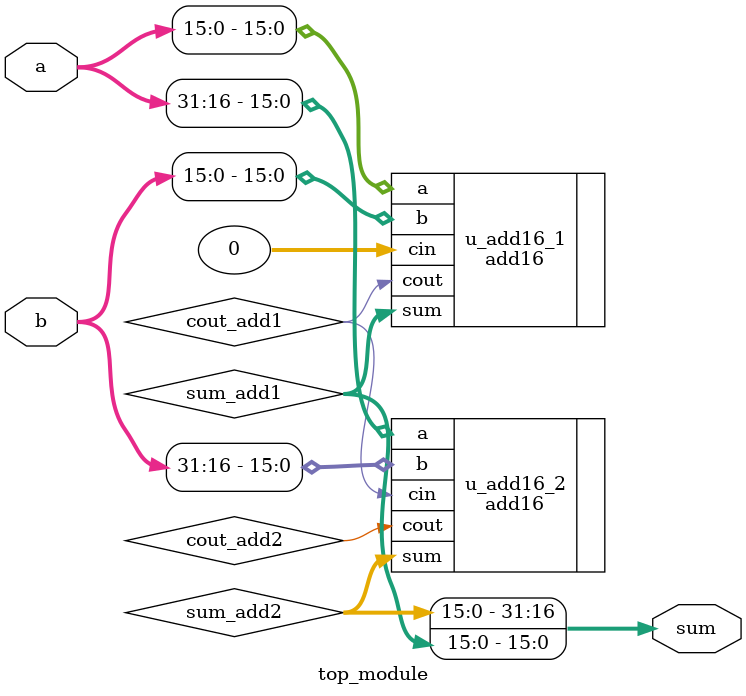
<source format=v>

module top_module(
    input [31:0] a,
    input [31:0] b,
    output [31:0] sum
);
//module add16 ( input[15:0] a, input[15:0] b, input cin, output[15:0] sum, output cout );
wire [15:0] sum_add1;
wire [15:0] sum_add2;

wire cout_add1;
wire cout_add2;
add16 u_add16_1(
    .a(a[15:0]),
    .b(b[15:0]),
    .cin(0),
    .sum(sum_add1),
    .cout(cout_add1)
);

add16 u_add16_2(
    .a(a[31:16]),
    .b(b[31:16]),
    .cin(cout_add1),
    .sum(sum_add2),
    .cout(cout_add2)
);

assign sum = {sum_add2,sum_add1};
endmodule
</source>
